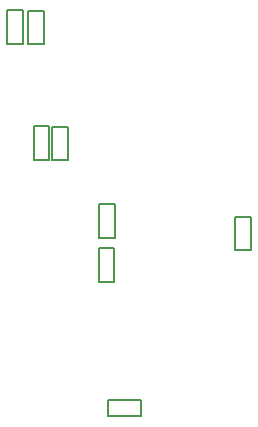
<source format=gbr>
%TF.GenerationSoftware,Altium Limited,Altium Designer,19.1.9 (167)*%
G04 Layer_Color=32896*
%FSLAX26Y26*%
%MOIN*%
%TF.FileFunction,Other,Bottom_Value*%
%TF.Part,Single*%
G01*
G75*
%TA.AperFunction,NonConductor*%
%ADD74C,0.005000*%
D74*
X3541425Y1259882D02*
Y1371102D01*
X3593591D01*
Y1259882D02*
Y1371102D01*
X3541425Y1259882D02*
X3593591D01*
X2869425Y1560882D02*
Y1672102D01*
X2921591D01*
Y1560882D02*
Y1672102D01*
X2869425Y1560882D02*
X2921591D01*
X2984575Y1558898D02*
Y1670118D01*
X2932409Y1558898D02*
X2984575D01*
X2932409D02*
Y1670118D01*
X2984575D01*
X2902575Y1945898D02*
Y2057118D01*
X2850409Y1945898D02*
X2902575D01*
X2850409D02*
Y2057118D01*
X2902575D01*
X2780425Y1947882D02*
Y2059102D01*
X2832591D01*
Y1947882D02*
Y2059102D01*
X2780425Y1947882D02*
X2832591D01*
X3115898Y706425D02*
X3227118D01*
X3115898D02*
Y758591D01*
X3227118D01*
Y706425D02*
Y758591D01*
X3088409Y1412118D02*
X3140575D01*
X3088409Y1300898D02*
Y1412118D01*
Y1300898D02*
X3140575D01*
Y1412118D01*
X3086409Y1265118D02*
X3138575D01*
X3086409Y1153898D02*
Y1265118D01*
Y1153898D02*
X3138575D01*
Y1265118D01*
%TF.MD5,830da80b4dcae714d67e897107561e05*%
M02*

</source>
